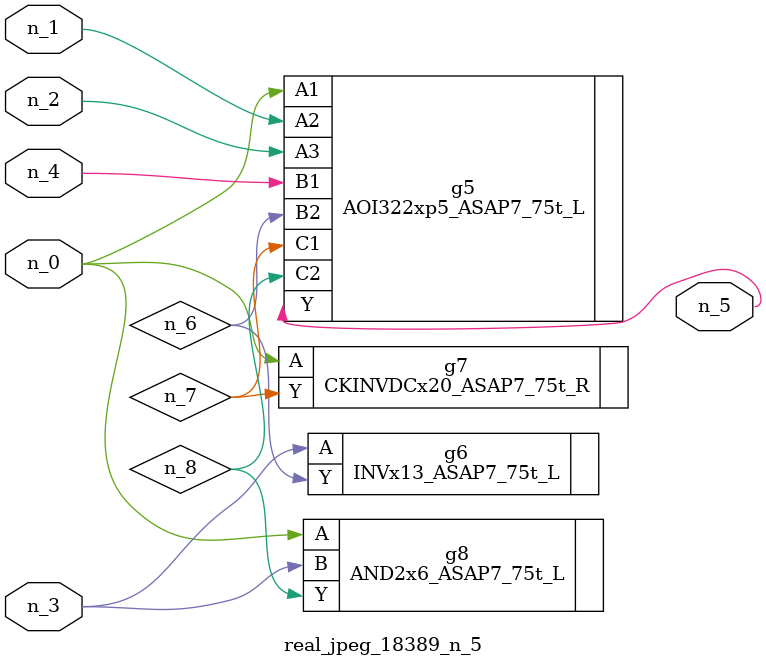
<source format=v>
module real_jpeg_18389_n_5 (n_4, n_0, n_1, n_2, n_3, n_5);

input n_4;
input n_0;
input n_1;
input n_2;
input n_3;

output n_5;

wire n_8;
wire n_6;
wire n_7;

AOI322xp5_ASAP7_75t_L g5 ( 
.A1(n_0),
.A2(n_1),
.A3(n_2),
.B1(n_4),
.B2(n_6),
.C1(n_7),
.C2(n_8),
.Y(n_5)
);

CKINVDCx20_ASAP7_75t_R g7 ( 
.A(n_0),
.Y(n_7)
);

AND2x6_ASAP7_75t_L g8 ( 
.A(n_0),
.B(n_3),
.Y(n_8)
);

INVx13_ASAP7_75t_L g6 ( 
.A(n_3),
.Y(n_6)
);


endmodule
</source>
